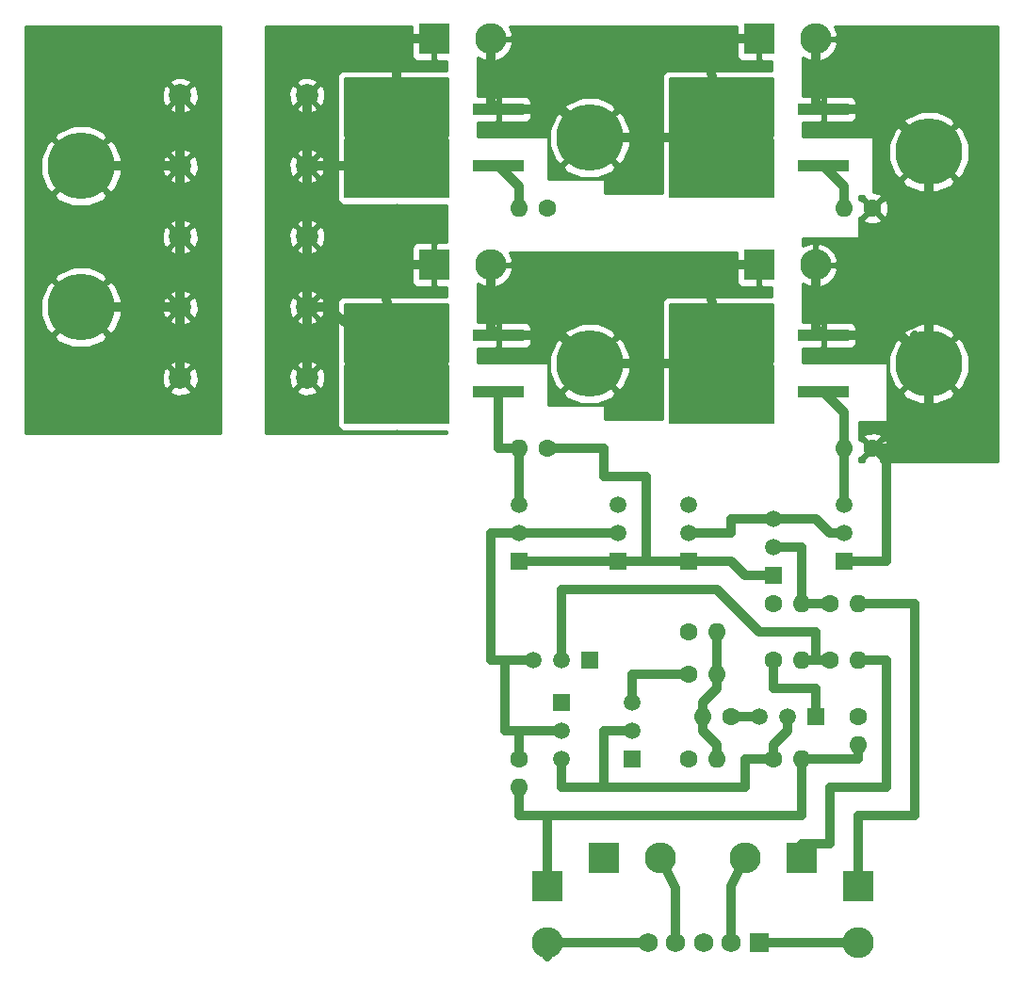
<source format=gbr>
G04 #@! TF.FileFunction,Copper,L1,Top,Signal*
%FSLAX46Y46*%
G04 Gerber Fmt 4.6, Leading zero omitted, Abs format (unit mm)*
G04 Created by KiCad (PCBNEW 4.0.7) date 01/06/18 10:05:55*
%MOMM*%
%LPD*%
G01*
G04 APERTURE LIST*
%ADD10C,0.100000*%
%ADD11C,1.600000*%
%ADD12O,1.600000X1.600000*%
%ADD13R,4.600000X1.100000*%
%ADD14R,9.400000X10.800000*%
%ADD15R,4.550000X5.250000*%
%ADD16C,1.520000*%
%ADD17R,1.520000X1.520000*%
%ADD18C,2.000000*%
%ADD19R,2.800000X2.800000*%
%ADD20O,2.800000X2.800000*%
%ADD21C,5.999480*%
%ADD22R,1.750000X1.750000*%
%ADD23C,1.750000*%
%ADD24C,0.812800*%
%ADD25C,0.254000*%
G04 APERTURE END LIST*
D10*
D11*
X132080000Y-85090000D03*
D12*
X129540000Y-85090000D03*
D13*
X127695000Y-80010000D03*
X127695000Y-74930000D03*
D14*
X118545000Y-77470000D03*
D15*
X116120000Y-74695000D03*
X120970000Y-80245000D03*
X116120000Y-80245000D03*
X120970000Y-74695000D03*
D16*
X153670000Y-109220000D03*
X151130000Y-109220000D03*
D17*
X156210000Y-109220000D03*
D11*
X148590000Y-109220000D03*
D12*
X146050000Y-109220000D03*
D18*
X110490000Y-72390000D03*
X99090000Y-72390000D03*
D19*
X132080000Y-124460000D03*
D20*
X132080000Y-129540000D03*
D19*
X137160000Y-121920000D03*
D20*
X142240000Y-121920000D03*
D19*
X154940000Y-121920000D03*
D20*
X149860000Y-121920000D03*
D19*
X160020000Y-124460000D03*
D20*
X160020000Y-129540000D03*
D19*
X121920000Y-68580000D03*
D20*
X127000000Y-68580000D03*
D19*
X151130000Y-68580000D03*
D20*
X156210000Y-68580000D03*
D19*
X121920000Y-48260000D03*
D20*
X127000000Y-48260000D03*
D19*
X151130000Y-48260000D03*
D20*
X156210000Y-48260000D03*
D21*
X166370000Y-77470000D03*
X90170000Y-59690000D03*
X135890000Y-77470000D03*
X135890000Y-57150000D03*
X90170000Y-72390000D03*
X166370000Y-58420000D03*
D16*
X133350000Y-110490000D03*
X133350000Y-113030000D03*
D17*
X133350000Y-107950000D03*
D16*
X133350000Y-104140000D03*
X130810000Y-104140000D03*
D17*
X135890000Y-104140000D03*
D16*
X158750000Y-92710000D03*
X158750000Y-90170000D03*
D17*
X158750000Y-95250000D03*
D16*
X129540000Y-92710000D03*
X129540000Y-90170000D03*
D17*
X129540000Y-95250000D03*
D16*
X138430000Y-92710000D03*
X138430000Y-90170000D03*
D17*
X138430000Y-95250000D03*
D16*
X139700000Y-110490000D03*
X139700000Y-107950000D03*
D17*
X139700000Y-113030000D03*
D16*
X152400000Y-93980000D03*
X152400000Y-91440000D03*
D17*
X152400000Y-96520000D03*
D16*
X144780000Y-92710000D03*
X144780000Y-90170000D03*
D17*
X144780000Y-95250000D03*
D13*
X156905000Y-80010000D03*
X156905000Y-74930000D03*
D14*
X147755000Y-77470000D03*
D15*
X145330000Y-74695000D03*
X150180000Y-80245000D03*
X145330000Y-80245000D03*
X150180000Y-74695000D03*
D13*
X127695000Y-59690000D03*
X127695000Y-54610000D03*
D14*
X118545000Y-57150000D03*
D15*
X116120000Y-54375000D03*
X120970000Y-59925000D03*
X116120000Y-59925000D03*
X120970000Y-54375000D03*
D13*
X156905000Y-59690000D03*
X156905000Y-54610000D03*
D14*
X147755000Y-57150000D03*
D15*
X145330000Y-54375000D03*
X150180000Y-59925000D03*
X145330000Y-59925000D03*
X150180000Y-54375000D03*
D11*
X157480000Y-104140000D03*
D12*
X160020000Y-104140000D03*
D11*
X152400000Y-113030000D03*
D12*
X154940000Y-113030000D03*
D11*
X152400000Y-104140000D03*
D12*
X154940000Y-104140000D03*
D11*
X129540000Y-113030000D03*
D12*
X129540000Y-115570000D03*
D11*
X144780000Y-113030000D03*
D12*
X147320000Y-113030000D03*
D11*
X157480000Y-99060000D03*
D12*
X160020000Y-99060000D03*
D11*
X144780000Y-101600000D03*
D12*
X147320000Y-101600000D03*
D11*
X152400000Y-99060000D03*
D12*
X154940000Y-99060000D03*
D11*
X144780000Y-105410000D03*
D12*
X147320000Y-105410000D03*
D11*
X160020000Y-109220000D03*
D12*
X160020000Y-111760000D03*
D11*
X161290000Y-85090000D03*
D12*
X158750000Y-85090000D03*
D11*
X132080000Y-63500000D03*
D12*
X129540000Y-63500000D03*
D11*
X161290000Y-63500000D03*
D12*
X158750000Y-63500000D03*
D18*
X110490000Y-53340000D03*
X99090000Y-53340000D03*
X110490000Y-59690000D03*
X99090000Y-59690000D03*
X110490000Y-66040000D03*
X99090000Y-66040000D03*
X110490000Y-78740000D03*
X99090000Y-78740000D03*
D22*
X151130000Y-129540000D03*
D23*
X148630000Y-129540000D03*
X146130000Y-129540000D03*
X143630000Y-129540000D03*
X141130000Y-129540000D03*
D24*
X132080000Y-129540000D02*
X141130000Y-129540000D01*
X132080000Y-129540000D02*
X132080000Y-130810000D01*
X143630000Y-129540000D02*
X143630000Y-124580000D01*
X143630000Y-124580000D02*
X142240000Y-121920000D01*
X148630000Y-129540000D02*
X148630000Y-124420000D01*
X148630000Y-124420000D02*
X149860000Y-121920000D01*
X151130000Y-129540000D02*
X160020000Y-129540000D01*
X121920000Y-68580000D02*
X118110000Y-68580000D01*
X117275000Y-69415000D02*
X118545000Y-77470000D01*
X118110000Y-68580000D02*
X117275000Y-69415000D01*
X110490000Y-72390000D02*
X112195000Y-72390000D01*
X112195000Y-72390000D02*
X118545000Y-77470000D01*
X110490000Y-59690000D02*
X116005000Y-59690000D01*
X116005000Y-59690000D02*
X118545000Y-57150000D01*
X110490000Y-53340000D02*
X110490000Y-59690000D01*
X110490000Y-59690000D02*
X110490000Y-66040000D01*
X110490000Y-66040000D02*
X110490000Y-72390000D01*
X110490000Y-72390000D02*
X110490000Y-78740000D01*
X121920000Y-48260000D02*
X119380000Y-48260000D01*
X118545000Y-49095000D02*
X118545000Y-57150000D01*
X119380000Y-48260000D02*
X118545000Y-49095000D01*
X127695000Y-74930000D02*
X133350000Y-74930000D01*
X133350000Y-74930000D02*
X135890000Y-77470000D01*
X151130000Y-68580000D02*
X147320000Y-68580000D01*
X146485000Y-69415000D02*
X147755000Y-77470000D01*
X147320000Y-68580000D02*
X146485000Y-69415000D01*
X127000000Y-68580000D02*
X127000000Y-74355000D01*
X127000000Y-74355000D02*
X127695000Y-74930000D01*
X135890000Y-77470000D02*
X147755000Y-77470000D01*
X135890000Y-85090000D02*
X137160000Y-85090000D01*
X137160000Y-87630000D02*
X138430000Y-87630000D01*
X137160000Y-85090000D02*
X137160000Y-87630000D01*
X132080000Y-85090000D02*
X135890000Y-85090000D01*
X140970000Y-87630000D02*
X140970000Y-95250000D01*
X138430000Y-87630000D02*
X140970000Y-87630000D01*
X158750000Y-95250000D02*
X162560000Y-95250000D01*
X162560000Y-95250000D02*
X162560000Y-85090000D01*
X166370000Y-58420000D02*
X162560000Y-54610000D01*
X156905000Y-74930000D02*
X163830000Y-74930000D01*
X163830000Y-74930000D02*
X166370000Y-77470000D01*
X166370000Y-77470000D02*
X166370000Y-85090000D01*
X162560000Y-85090000D02*
X166370000Y-85090000D01*
X161290000Y-85090000D02*
X162560000Y-85090000D01*
X152400000Y-96520000D02*
X149860000Y-96520000D01*
X148590000Y-95250000D02*
X144780000Y-95250000D01*
X149860000Y-96520000D02*
X148590000Y-95250000D01*
X152400000Y-104140000D02*
X152400000Y-106680000D01*
X156210000Y-106680000D02*
X156210000Y-109220000D01*
X152400000Y-106680000D02*
X156210000Y-106680000D01*
X165100000Y-74930000D02*
X166370000Y-77470000D01*
X156210000Y-68580000D02*
X156210000Y-74355000D01*
X156210000Y-74355000D02*
X156905000Y-74930000D01*
X138430000Y-95250000D02*
X140970000Y-95250000D01*
X140970000Y-95250000D02*
X144780000Y-95250000D01*
X166370000Y-58420000D02*
X166370000Y-77470000D01*
X129540000Y-95250000D02*
X138430000Y-95250000D01*
X165100000Y-76200000D02*
X166370000Y-77470000D01*
X156905000Y-54610000D02*
X162560000Y-54610000D01*
X156210000Y-48260000D02*
X156210000Y-54035000D01*
X156210000Y-54035000D02*
X156905000Y-54610000D01*
X127695000Y-54610000D02*
X132080000Y-54610000D01*
X133350000Y-54610000D02*
X135890000Y-57150000D01*
X132080000Y-54610000D02*
X133350000Y-54610000D01*
X135890000Y-57150000D02*
X147755000Y-57150000D01*
X127000000Y-48260000D02*
X127000000Y-54035000D01*
X127000000Y-54035000D02*
X127695000Y-54610000D01*
X151130000Y-48260000D02*
X147320000Y-48260000D01*
X146485000Y-49095000D02*
X147755000Y-57150000D01*
X147320000Y-48260000D02*
X146485000Y-49095000D01*
X149860000Y-100330000D02*
X147320000Y-97790000D01*
X133350000Y-97790000D02*
X133350000Y-100330000D01*
X147320000Y-97790000D02*
X133350000Y-97790000D01*
X133350000Y-104140000D02*
X133350000Y-100330000D01*
X156210000Y-101600000D02*
X156210000Y-104140000D01*
X151130000Y-101600000D02*
X156210000Y-101600000D01*
X149860000Y-100330000D02*
X151130000Y-101600000D01*
X157480000Y-104140000D02*
X156210000Y-104140000D01*
X156210000Y-104140000D02*
X154940000Y-104140000D01*
X154940000Y-99060000D02*
X154940000Y-93980000D01*
X154940000Y-93980000D02*
X152400000Y-93980000D01*
X157480000Y-99060000D02*
X154940000Y-99060000D01*
X132080000Y-124460000D02*
X132080000Y-118110000D01*
X154940000Y-113030000D02*
X160020000Y-113030000D01*
X160020000Y-113030000D02*
X160020000Y-111760000D01*
X154940000Y-113030000D02*
X154940000Y-118110000D01*
X153670000Y-118110000D02*
X132080000Y-118110000D01*
X154940000Y-118110000D02*
X153670000Y-118110000D01*
X129540000Y-115570000D02*
X129540000Y-118110000D01*
X132080000Y-118110000D02*
X130810000Y-118110000D01*
X130810000Y-118110000D02*
X129540000Y-118110000D01*
X146050000Y-109220000D02*
X146050000Y-110490000D01*
X147320000Y-111760000D02*
X147320000Y-113030000D01*
X146050000Y-110490000D02*
X147320000Y-111760000D01*
X146050000Y-109220000D02*
X146050000Y-107950000D01*
X147320000Y-106680000D02*
X147320000Y-105410000D01*
X146050000Y-107950000D02*
X147320000Y-106680000D01*
X147320000Y-105410000D02*
X147320000Y-101600000D01*
X157480000Y-120650000D02*
X154940000Y-120650000D01*
X154940000Y-120650000D02*
X154940000Y-121920000D01*
X157480000Y-115570000D02*
X162560000Y-115570000D01*
X157480000Y-120650000D02*
X157480000Y-115570000D01*
X162560000Y-114300000D02*
X162560000Y-115570000D01*
X162560000Y-104140000D02*
X160020000Y-104140000D01*
X162560000Y-114300000D02*
X162560000Y-104140000D01*
X161290000Y-118110000D02*
X160020000Y-118110000D01*
X160020000Y-118110000D02*
X160020000Y-124460000D01*
X162560000Y-118110000D02*
X161290000Y-118110000D01*
X162560000Y-118110000D02*
X165100000Y-118110000D01*
X165100000Y-99060000D02*
X160020000Y-99060000D01*
X165100000Y-118110000D02*
X165100000Y-99060000D01*
X90170000Y-72390000D02*
X99090000Y-72390000D01*
X90170000Y-59690000D02*
X99090000Y-59690000D01*
X99090000Y-53340000D02*
X99090000Y-59690000D01*
X99090000Y-59690000D02*
X99090000Y-66040000D01*
X99090000Y-66040000D02*
X99090000Y-72390000D01*
X99090000Y-72390000D02*
X99090000Y-78740000D01*
X133350000Y-113030000D02*
X133350000Y-115570000D01*
X133350000Y-115570000D02*
X134620000Y-115570000D01*
X139700000Y-110490000D02*
X137160000Y-110490000D01*
X137160000Y-110490000D02*
X137160000Y-115570000D01*
X153670000Y-109220000D02*
X153670000Y-110490000D01*
X152400000Y-111760000D02*
X152400000Y-113030000D01*
X153670000Y-110490000D02*
X152400000Y-111760000D01*
X149860000Y-113030000D02*
X152400000Y-113030000D01*
X149860000Y-115570000D02*
X149860000Y-113030000D01*
X134620000Y-115570000D02*
X137160000Y-115570000D01*
X137160000Y-115570000D02*
X137160000Y-115570000D01*
X137160000Y-115570000D02*
X149860000Y-115570000D01*
X158750000Y-85090000D02*
X158750000Y-81855000D01*
X158750000Y-81855000D02*
X156905000Y-80010000D01*
X158750000Y-85090000D02*
X158750000Y-90170000D01*
X148590000Y-109220000D02*
X151130000Y-109220000D01*
X129540000Y-113030000D02*
X129540000Y-110490000D01*
X128270000Y-110490000D02*
X128270000Y-104140000D01*
X129540000Y-92710000D02*
X127000000Y-92710000D01*
X127000000Y-92710000D02*
X127000000Y-104140000D01*
X127000000Y-104140000D02*
X128270000Y-104140000D01*
X128270000Y-104140000D02*
X130810000Y-104140000D01*
X128270000Y-110490000D02*
X129540000Y-110490000D01*
X129540000Y-110490000D02*
X132080000Y-110490000D01*
X132080000Y-110490000D02*
X133350000Y-110490000D01*
X138430000Y-92710000D02*
X129540000Y-92710000D01*
X152400000Y-91440000D02*
X156210000Y-91440000D01*
X157480000Y-92710000D02*
X158750000Y-92710000D01*
X156210000Y-91440000D02*
X157480000Y-92710000D01*
X144780000Y-92710000D02*
X148590000Y-92710000D01*
X148590000Y-92710000D02*
X148590000Y-91440000D01*
X148590000Y-91440000D02*
X152400000Y-91440000D01*
X129540000Y-85090000D02*
X129540000Y-90170000D01*
X127695000Y-80010000D02*
X127695000Y-85090000D01*
X128270000Y-85090000D02*
X129540000Y-85090000D01*
X127695000Y-85090000D02*
X128270000Y-85090000D01*
X158750000Y-63500000D02*
X158750000Y-61535000D01*
X158750000Y-61535000D02*
X156905000Y-59690000D01*
X129540000Y-63500000D02*
X129540000Y-61535000D01*
X129540000Y-61535000D02*
X127695000Y-59690000D01*
X139700000Y-107950000D02*
X139700000Y-105410000D01*
X139700000Y-105410000D02*
X140970000Y-105410000D01*
X144780000Y-105410000D02*
X140970000Y-105410000D01*
D25*
G36*
X172593000Y-86233000D02*
X162077399Y-86233000D01*
X162118139Y-86097745D01*
X161290000Y-85269605D01*
X160461861Y-86097745D01*
X160502601Y-86233000D01*
X160147000Y-86233000D01*
X160147000Y-85877399D01*
X160282255Y-85918139D01*
X161110395Y-85090000D01*
X161469605Y-85090000D01*
X162297745Y-85918139D01*
X162543864Y-85844005D01*
X162736965Y-85306777D01*
X162709778Y-84736546D01*
X162543864Y-84335995D01*
X162297745Y-84261861D01*
X161469605Y-85090000D01*
X161110395Y-85090000D01*
X160282255Y-84261861D01*
X160147000Y-84302601D01*
X160147000Y-84082255D01*
X160461861Y-84082255D01*
X161290000Y-84910395D01*
X162118139Y-84082255D01*
X162044005Y-83836136D01*
X161506777Y-83643035D01*
X160936546Y-83670222D01*
X160535995Y-83836136D01*
X160461861Y-84082255D01*
X160147000Y-84082255D01*
X160147000Y-82677000D01*
X162560000Y-82677000D01*
X162609410Y-82666994D01*
X162651035Y-82638553D01*
X162678315Y-82596159D01*
X162687000Y-82550000D01*
X162687000Y-80066443D01*
X163953162Y-80066443D01*
X164295723Y-80541063D01*
X165628863Y-81101084D01*
X167074834Y-81108305D01*
X168413501Y-80561627D01*
X168444277Y-80541063D01*
X168786838Y-80066443D01*
X166370000Y-77649605D01*
X163953162Y-80066443D01*
X162687000Y-80066443D01*
X162687000Y-78174834D01*
X162731695Y-78174834D01*
X163278373Y-79513501D01*
X163298937Y-79544277D01*
X163773557Y-79886838D01*
X166190395Y-77470000D01*
X166549605Y-77470000D01*
X168966443Y-79886838D01*
X169441063Y-79544277D01*
X170001084Y-78211137D01*
X170008305Y-76765166D01*
X169461627Y-75426499D01*
X169441063Y-75395723D01*
X168966443Y-75053162D01*
X166549605Y-77470000D01*
X166190395Y-77470000D01*
X163773557Y-75053162D01*
X163298937Y-75395723D01*
X162738916Y-76728863D01*
X162731695Y-78174834D01*
X162687000Y-78174834D01*
X162687000Y-77470000D01*
X162676994Y-77420590D01*
X162648553Y-77378965D01*
X162606159Y-77351685D01*
X162560000Y-77343000D01*
X155067000Y-77343000D01*
X155067000Y-76115000D01*
X156619250Y-76115000D01*
X156778000Y-75956250D01*
X156778000Y-75057000D01*
X157032000Y-75057000D01*
X157032000Y-75956250D01*
X157190750Y-76115000D01*
X159331309Y-76115000D01*
X159564698Y-76018327D01*
X159743327Y-75839699D01*
X159840000Y-75606310D01*
X159840000Y-75215750D01*
X159681250Y-75057000D01*
X157032000Y-75057000D01*
X156778000Y-75057000D01*
X156758000Y-75057000D01*
X156758000Y-74873557D01*
X163953162Y-74873557D01*
X166370000Y-77290395D01*
X168786838Y-74873557D01*
X168444277Y-74398937D01*
X167111137Y-73838916D01*
X165665166Y-73831695D01*
X164326499Y-74378373D01*
X164295723Y-74398937D01*
X163953162Y-74873557D01*
X156758000Y-74873557D01*
X156758000Y-74803000D01*
X156778000Y-74803000D01*
X156778000Y-73903750D01*
X157032000Y-73903750D01*
X157032000Y-74803000D01*
X159681250Y-74803000D01*
X159840000Y-74644250D01*
X159840000Y-74253690D01*
X159743327Y-74020301D01*
X159564698Y-73841673D01*
X159331309Y-73745000D01*
X157190750Y-73745000D01*
X157032000Y-73903750D01*
X156778000Y-73903750D01*
X156619250Y-73745000D01*
X155067000Y-73745000D01*
X155067000Y-70257093D01*
X155766839Y-70566167D01*
X156083000Y-70452290D01*
X156083000Y-68707000D01*
X156337000Y-68707000D01*
X156337000Y-70452290D01*
X156653161Y-70566167D01*
X157379501Y-70245389D01*
X157927795Y-69671070D01*
X158196160Y-69023160D01*
X158081947Y-68707000D01*
X156337000Y-68707000D01*
X156083000Y-68707000D01*
X156063000Y-68707000D01*
X156063000Y-68453000D01*
X156083000Y-68453000D01*
X156083000Y-66707710D01*
X156337000Y-66707710D01*
X156337000Y-68453000D01*
X158081947Y-68453000D01*
X158196160Y-68136840D01*
X157927795Y-67488930D01*
X157379501Y-66914611D01*
X156653161Y-66593833D01*
X156337000Y-66707710D01*
X156083000Y-66707710D01*
X155766839Y-66593833D01*
X155067000Y-66902907D01*
X155067000Y-66167000D01*
X160020000Y-66167000D01*
X160069410Y-66156994D01*
X160111035Y-66128553D01*
X160138315Y-66086159D01*
X160147000Y-66040000D01*
X160147000Y-64507745D01*
X160461861Y-64507745D01*
X160535995Y-64753864D01*
X161073223Y-64946965D01*
X161643454Y-64919778D01*
X162044005Y-64753864D01*
X162118139Y-64507745D01*
X161290000Y-63679605D01*
X160461861Y-64507745D01*
X160147000Y-64507745D01*
X160147000Y-64287399D01*
X160282255Y-64328139D01*
X161110395Y-63500000D01*
X161469605Y-63500000D01*
X162297745Y-64328139D01*
X162543864Y-64254005D01*
X162736965Y-63716777D01*
X162709778Y-63146546D01*
X162543864Y-62745995D01*
X162297745Y-62671861D01*
X161469605Y-63500000D01*
X161110395Y-63500000D01*
X160282255Y-62671861D01*
X160147000Y-62712601D01*
X160147000Y-62357000D01*
X160502601Y-62357000D01*
X160461861Y-62492255D01*
X161290000Y-63320395D01*
X162118139Y-62492255D01*
X162044005Y-62246136D01*
X161506777Y-62053035D01*
X161417000Y-62057315D01*
X161417000Y-61016443D01*
X163953162Y-61016443D01*
X164295723Y-61491063D01*
X165628863Y-62051084D01*
X167074834Y-62058305D01*
X168413501Y-61511627D01*
X168444277Y-61491063D01*
X168786838Y-61016443D01*
X166370000Y-58599605D01*
X163953162Y-61016443D01*
X161417000Y-61016443D01*
X161417000Y-59124834D01*
X162731695Y-59124834D01*
X163278373Y-60463501D01*
X163298937Y-60494277D01*
X163773557Y-60836838D01*
X166190395Y-58420000D01*
X166549605Y-58420000D01*
X168966443Y-60836838D01*
X169441063Y-60494277D01*
X170001084Y-59161137D01*
X170008305Y-57715166D01*
X169461627Y-56376499D01*
X169441063Y-56345723D01*
X168966443Y-56003162D01*
X166549605Y-58420000D01*
X166190395Y-58420000D01*
X163773557Y-56003162D01*
X163298937Y-56345723D01*
X162738916Y-57678863D01*
X162731695Y-59124834D01*
X161417000Y-59124834D01*
X161417000Y-57150000D01*
X161406994Y-57100590D01*
X161378553Y-57058965D01*
X161336159Y-57031685D01*
X161290000Y-57023000D01*
X155067000Y-57023000D01*
X155067000Y-55823557D01*
X163953162Y-55823557D01*
X166370000Y-58240395D01*
X168786838Y-55823557D01*
X168444277Y-55348937D01*
X167111137Y-54788916D01*
X165665166Y-54781695D01*
X164326499Y-55328373D01*
X164295723Y-55348937D01*
X163953162Y-55823557D01*
X155067000Y-55823557D01*
X155067000Y-55795000D01*
X156619250Y-55795000D01*
X156778000Y-55636250D01*
X156778000Y-54737000D01*
X157032000Y-54737000D01*
X157032000Y-55636250D01*
X157190750Y-55795000D01*
X159331309Y-55795000D01*
X159564698Y-55698327D01*
X159743327Y-55519699D01*
X159840000Y-55286310D01*
X159840000Y-54895750D01*
X159681250Y-54737000D01*
X157032000Y-54737000D01*
X156778000Y-54737000D01*
X156758000Y-54737000D01*
X156758000Y-54483000D01*
X156778000Y-54483000D01*
X156778000Y-53583750D01*
X157032000Y-53583750D01*
X157032000Y-54483000D01*
X159681250Y-54483000D01*
X159840000Y-54324250D01*
X159840000Y-53933690D01*
X159743327Y-53700301D01*
X159564698Y-53521673D01*
X159331309Y-53425000D01*
X157190750Y-53425000D01*
X157032000Y-53583750D01*
X156778000Y-53583750D01*
X156619250Y-53425000D01*
X155067000Y-53425000D01*
X155067000Y-49937093D01*
X155766839Y-50246167D01*
X156083000Y-50132290D01*
X156083000Y-48387000D01*
X156337000Y-48387000D01*
X156337000Y-50132290D01*
X156653161Y-50246167D01*
X157379501Y-49925389D01*
X157927795Y-49351070D01*
X158196160Y-48703160D01*
X158081947Y-48387000D01*
X156337000Y-48387000D01*
X156083000Y-48387000D01*
X156063000Y-48387000D01*
X156063000Y-48133000D01*
X156083000Y-48133000D01*
X156083000Y-48113000D01*
X156337000Y-48113000D01*
X156337000Y-48133000D01*
X158081947Y-48133000D01*
X158196160Y-47816840D01*
X157927795Y-47168930D01*
X157878218Y-47117000D01*
X172593000Y-47117000D01*
X172593000Y-86233000D01*
X172593000Y-86233000D01*
G37*
X172593000Y-86233000D02*
X162077399Y-86233000D01*
X162118139Y-86097745D01*
X161290000Y-85269605D01*
X160461861Y-86097745D01*
X160502601Y-86233000D01*
X160147000Y-86233000D01*
X160147000Y-85877399D01*
X160282255Y-85918139D01*
X161110395Y-85090000D01*
X161469605Y-85090000D01*
X162297745Y-85918139D01*
X162543864Y-85844005D01*
X162736965Y-85306777D01*
X162709778Y-84736546D01*
X162543864Y-84335995D01*
X162297745Y-84261861D01*
X161469605Y-85090000D01*
X161110395Y-85090000D01*
X160282255Y-84261861D01*
X160147000Y-84302601D01*
X160147000Y-84082255D01*
X160461861Y-84082255D01*
X161290000Y-84910395D01*
X162118139Y-84082255D01*
X162044005Y-83836136D01*
X161506777Y-83643035D01*
X160936546Y-83670222D01*
X160535995Y-83836136D01*
X160461861Y-84082255D01*
X160147000Y-84082255D01*
X160147000Y-82677000D01*
X162560000Y-82677000D01*
X162609410Y-82666994D01*
X162651035Y-82638553D01*
X162678315Y-82596159D01*
X162687000Y-82550000D01*
X162687000Y-80066443D01*
X163953162Y-80066443D01*
X164295723Y-80541063D01*
X165628863Y-81101084D01*
X167074834Y-81108305D01*
X168413501Y-80561627D01*
X168444277Y-80541063D01*
X168786838Y-80066443D01*
X166370000Y-77649605D01*
X163953162Y-80066443D01*
X162687000Y-80066443D01*
X162687000Y-78174834D01*
X162731695Y-78174834D01*
X163278373Y-79513501D01*
X163298937Y-79544277D01*
X163773557Y-79886838D01*
X166190395Y-77470000D01*
X166549605Y-77470000D01*
X168966443Y-79886838D01*
X169441063Y-79544277D01*
X170001084Y-78211137D01*
X170008305Y-76765166D01*
X169461627Y-75426499D01*
X169441063Y-75395723D01*
X168966443Y-75053162D01*
X166549605Y-77470000D01*
X166190395Y-77470000D01*
X163773557Y-75053162D01*
X163298937Y-75395723D01*
X162738916Y-76728863D01*
X162731695Y-78174834D01*
X162687000Y-78174834D01*
X162687000Y-77470000D01*
X162676994Y-77420590D01*
X162648553Y-77378965D01*
X162606159Y-77351685D01*
X162560000Y-77343000D01*
X155067000Y-77343000D01*
X155067000Y-76115000D01*
X156619250Y-76115000D01*
X156778000Y-75956250D01*
X156778000Y-75057000D01*
X157032000Y-75057000D01*
X157032000Y-75956250D01*
X157190750Y-76115000D01*
X159331309Y-76115000D01*
X159564698Y-76018327D01*
X159743327Y-75839699D01*
X159840000Y-75606310D01*
X159840000Y-75215750D01*
X159681250Y-75057000D01*
X157032000Y-75057000D01*
X156778000Y-75057000D01*
X156758000Y-75057000D01*
X156758000Y-74873557D01*
X163953162Y-74873557D01*
X166370000Y-77290395D01*
X168786838Y-74873557D01*
X168444277Y-74398937D01*
X167111137Y-73838916D01*
X165665166Y-73831695D01*
X164326499Y-74378373D01*
X164295723Y-74398937D01*
X163953162Y-74873557D01*
X156758000Y-74873557D01*
X156758000Y-74803000D01*
X156778000Y-74803000D01*
X156778000Y-73903750D01*
X157032000Y-73903750D01*
X157032000Y-74803000D01*
X159681250Y-74803000D01*
X159840000Y-74644250D01*
X159840000Y-74253690D01*
X159743327Y-74020301D01*
X159564698Y-73841673D01*
X159331309Y-73745000D01*
X157190750Y-73745000D01*
X157032000Y-73903750D01*
X156778000Y-73903750D01*
X156619250Y-73745000D01*
X155067000Y-73745000D01*
X155067000Y-70257093D01*
X155766839Y-70566167D01*
X156083000Y-70452290D01*
X156083000Y-68707000D01*
X156337000Y-68707000D01*
X156337000Y-70452290D01*
X156653161Y-70566167D01*
X157379501Y-70245389D01*
X157927795Y-69671070D01*
X158196160Y-69023160D01*
X158081947Y-68707000D01*
X156337000Y-68707000D01*
X156083000Y-68707000D01*
X156063000Y-68707000D01*
X156063000Y-68453000D01*
X156083000Y-68453000D01*
X156083000Y-66707710D01*
X156337000Y-66707710D01*
X156337000Y-68453000D01*
X158081947Y-68453000D01*
X158196160Y-68136840D01*
X157927795Y-67488930D01*
X157379501Y-66914611D01*
X156653161Y-66593833D01*
X156337000Y-66707710D01*
X156083000Y-66707710D01*
X155766839Y-66593833D01*
X155067000Y-66902907D01*
X155067000Y-66167000D01*
X160020000Y-66167000D01*
X160069410Y-66156994D01*
X160111035Y-66128553D01*
X160138315Y-66086159D01*
X160147000Y-66040000D01*
X160147000Y-64507745D01*
X160461861Y-64507745D01*
X160535995Y-64753864D01*
X161073223Y-64946965D01*
X161643454Y-64919778D01*
X162044005Y-64753864D01*
X162118139Y-64507745D01*
X161290000Y-63679605D01*
X160461861Y-64507745D01*
X160147000Y-64507745D01*
X160147000Y-64287399D01*
X160282255Y-64328139D01*
X161110395Y-63500000D01*
X161469605Y-63500000D01*
X162297745Y-64328139D01*
X162543864Y-64254005D01*
X162736965Y-63716777D01*
X162709778Y-63146546D01*
X162543864Y-62745995D01*
X162297745Y-62671861D01*
X161469605Y-63500000D01*
X161110395Y-63500000D01*
X160282255Y-62671861D01*
X160147000Y-62712601D01*
X160147000Y-62357000D01*
X160502601Y-62357000D01*
X160461861Y-62492255D01*
X161290000Y-63320395D01*
X162118139Y-62492255D01*
X162044005Y-62246136D01*
X161506777Y-62053035D01*
X161417000Y-62057315D01*
X161417000Y-61016443D01*
X163953162Y-61016443D01*
X164295723Y-61491063D01*
X165628863Y-62051084D01*
X167074834Y-62058305D01*
X168413501Y-61511627D01*
X168444277Y-61491063D01*
X168786838Y-61016443D01*
X166370000Y-58599605D01*
X163953162Y-61016443D01*
X161417000Y-61016443D01*
X161417000Y-59124834D01*
X162731695Y-59124834D01*
X163278373Y-60463501D01*
X163298937Y-60494277D01*
X163773557Y-60836838D01*
X166190395Y-58420000D01*
X166549605Y-58420000D01*
X168966443Y-60836838D01*
X169441063Y-60494277D01*
X170001084Y-59161137D01*
X170008305Y-57715166D01*
X169461627Y-56376499D01*
X169441063Y-56345723D01*
X168966443Y-56003162D01*
X166549605Y-58420000D01*
X166190395Y-58420000D01*
X163773557Y-56003162D01*
X163298937Y-56345723D01*
X162738916Y-57678863D01*
X162731695Y-59124834D01*
X161417000Y-59124834D01*
X161417000Y-57150000D01*
X161406994Y-57100590D01*
X161378553Y-57058965D01*
X161336159Y-57031685D01*
X161290000Y-57023000D01*
X155067000Y-57023000D01*
X155067000Y-55823557D01*
X163953162Y-55823557D01*
X166370000Y-58240395D01*
X168786838Y-55823557D01*
X168444277Y-55348937D01*
X167111137Y-54788916D01*
X165665166Y-54781695D01*
X164326499Y-55328373D01*
X164295723Y-55348937D01*
X163953162Y-55823557D01*
X155067000Y-55823557D01*
X155067000Y-55795000D01*
X156619250Y-55795000D01*
X156778000Y-55636250D01*
X156778000Y-54737000D01*
X157032000Y-54737000D01*
X157032000Y-55636250D01*
X157190750Y-55795000D01*
X159331309Y-55795000D01*
X159564698Y-55698327D01*
X159743327Y-55519699D01*
X159840000Y-55286310D01*
X159840000Y-54895750D01*
X159681250Y-54737000D01*
X157032000Y-54737000D01*
X156778000Y-54737000D01*
X156758000Y-54737000D01*
X156758000Y-54483000D01*
X156778000Y-54483000D01*
X156778000Y-53583750D01*
X157032000Y-53583750D01*
X157032000Y-54483000D01*
X159681250Y-54483000D01*
X159840000Y-54324250D01*
X159840000Y-53933690D01*
X159743327Y-53700301D01*
X159564698Y-53521673D01*
X159331309Y-53425000D01*
X157190750Y-53425000D01*
X157032000Y-53583750D01*
X156778000Y-53583750D01*
X156619250Y-53425000D01*
X155067000Y-53425000D01*
X155067000Y-49937093D01*
X155766839Y-50246167D01*
X156083000Y-50132290D01*
X156083000Y-48387000D01*
X156337000Y-48387000D01*
X156337000Y-50132290D01*
X156653161Y-50246167D01*
X157379501Y-49925389D01*
X157927795Y-49351070D01*
X158196160Y-48703160D01*
X158081947Y-48387000D01*
X156337000Y-48387000D01*
X156083000Y-48387000D01*
X156063000Y-48387000D01*
X156063000Y-48133000D01*
X156083000Y-48133000D01*
X156083000Y-48113000D01*
X156337000Y-48113000D01*
X156337000Y-48133000D01*
X158081947Y-48133000D01*
X158196160Y-47816840D01*
X157927795Y-47168930D01*
X157878218Y-47117000D01*
X172593000Y-47117000D01*
X172593000Y-86233000D01*
G36*
X119885000Y-47974250D02*
X120043750Y-48133000D01*
X121793000Y-48133000D01*
X121793000Y-48113000D01*
X122047000Y-48113000D01*
X122047000Y-48133000D01*
X122067000Y-48133000D01*
X122067000Y-48387000D01*
X122047000Y-48387000D01*
X122047000Y-50136250D01*
X122205750Y-50295000D01*
X123063000Y-50295000D01*
X123063000Y-51115000D01*
X118568691Y-51115000D01*
X118545000Y-51124813D01*
X118521309Y-51115000D01*
X113718691Y-51115000D01*
X113485302Y-51211673D01*
X113306673Y-51390301D01*
X113210000Y-51623690D01*
X113210000Y-57126310D01*
X113219813Y-57150000D01*
X113210000Y-57173690D01*
X113210000Y-62676310D01*
X113306673Y-62909699D01*
X113485302Y-63088327D01*
X113718691Y-63185000D01*
X118521309Y-63185000D01*
X118545000Y-63175187D01*
X118568691Y-63185000D01*
X123063000Y-63185000D01*
X123063000Y-66545000D01*
X122205750Y-66545000D01*
X122047000Y-66703750D01*
X122047000Y-68453000D01*
X122067000Y-68453000D01*
X122067000Y-68707000D01*
X122047000Y-68707000D01*
X122047000Y-70456250D01*
X122205750Y-70615000D01*
X123063000Y-70615000D01*
X123063000Y-71435000D01*
X118568691Y-71435000D01*
X118545000Y-71444813D01*
X118521309Y-71435000D01*
X113718691Y-71435000D01*
X113485302Y-71531673D01*
X113306673Y-71710301D01*
X113210000Y-71943690D01*
X113210000Y-77446310D01*
X113219813Y-77470000D01*
X113210000Y-77493690D01*
X113210000Y-82996310D01*
X113306673Y-83229699D01*
X113485302Y-83408327D01*
X113718691Y-83505000D01*
X118521309Y-83505000D01*
X118545000Y-83495187D01*
X118568691Y-83505000D01*
X123063000Y-83505000D01*
X123063000Y-83693000D01*
X106807000Y-83693000D01*
X106807000Y-79892532D01*
X109517073Y-79892532D01*
X109615736Y-80159387D01*
X110225461Y-80385908D01*
X110875460Y-80361856D01*
X111364264Y-80159387D01*
X111462927Y-79892532D01*
X110490000Y-78919605D01*
X109517073Y-79892532D01*
X106807000Y-79892532D01*
X106807000Y-78475461D01*
X108844092Y-78475461D01*
X108868144Y-79125460D01*
X109070613Y-79614264D01*
X109337468Y-79712927D01*
X110310395Y-78740000D01*
X110669605Y-78740000D01*
X111642532Y-79712927D01*
X111909387Y-79614264D01*
X112135908Y-79004539D01*
X112111856Y-78354540D01*
X111909387Y-77865736D01*
X111642532Y-77767073D01*
X110669605Y-78740000D01*
X110310395Y-78740000D01*
X109337468Y-77767073D01*
X109070613Y-77865736D01*
X108844092Y-78475461D01*
X106807000Y-78475461D01*
X106807000Y-77587468D01*
X109517073Y-77587468D01*
X110490000Y-78560395D01*
X111462927Y-77587468D01*
X111364264Y-77320613D01*
X110754539Y-77094092D01*
X110104540Y-77118144D01*
X109615736Y-77320613D01*
X109517073Y-77587468D01*
X106807000Y-77587468D01*
X106807000Y-73542532D01*
X109517073Y-73542532D01*
X109615736Y-73809387D01*
X110225461Y-74035908D01*
X110875460Y-74011856D01*
X111364264Y-73809387D01*
X111462927Y-73542532D01*
X110490000Y-72569605D01*
X109517073Y-73542532D01*
X106807000Y-73542532D01*
X106807000Y-72125461D01*
X108844092Y-72125461D01*
X108868144Y-72775460D01*
X109070613Y-73264264D01*
X109337468Y-73362927D01*
X110310395Y-72390000D01*
X110669605Y-72390000D01*
X111642532Y-73362927D01*
X111909387Y-73264264D01*
X112135908Y-72654539D01*
X112111856Y-72004540D01*
X111909387Y-71515736D01*
X111642532Y-71417073D01*
X110669605Y-72390000D01*
X110310395Y-72390000D01*
X109337468Y-71417073D01*
X109070613Y-71515736D01*
X108844092Y-72125461D01*
X106807000Y-72125461D01*
X106807000Y-71237468D01*
X109517073Y-71237468D01*
X110490000Y-72210395D01*
X111462927Y-71237468D01*
X111364264Y-70970613D01*
X110754539Y-70744092D01*
X110104540Y-70768144D01*
X109615736Y-70970613D01*
X109517073Y-71237468D01*
X106807000Y-71237468D01*
X106807000Y-68865750D01*
X119885000Y-68865750D01*
X119885000Y-70106310D01*
X119981673Y-70339699D01*
X120160302Y-70518327D01*
X120393691Y-70615000D01*
X121634250Y-70615000D01*
X121793000Y-70456250D01*
X121793000Y-68707000D01*
X120043750Y-68707000D01*
X119885000Y-68865750D01*
X106807000Y-68865750D01*
X106807000Y-67192532D01*
X109517073Y-67192532D01*
X109615736Y-67459387D01*
X110225461Y-67685908D01*
X110875460Y-67661856D01*
X111364264Y-67459387D01*
X111462927Y-67192532D01*
X111324085Y-67053690D01*
X119885000Y-67053690D01*
X119885000Y-68294250D01*
X120043750Y-68453000D01*
X121793000Y-68453000D01*
X121793000Y-66703750D01*
X121634250Y-66545000D01*
X120393691Y-66545000D01*
X120160302Y-66641673D01*
X119981673Y-66820301D01*
X119885000Y-67053690D01*
X111324085Y-67053690D01*
X110490000Y-66219605D01*
X109517073Y-67192532D01*
X106807000Y-67192532D01*
X106807000Y-65775461D01*
X108844092Y-65775461D01*
X108868144Y-66425460D01*
X109070613Y-66914264D01*
X109337468Y-67012927D01*
X110310395Y-66040000D01*
X110669605Y-66040000D01*
X111642532Y-67012927D01*
X111909387Y-66914264D01*
X112135908Y-66304539D01*
X112111856Y-65654540D01*
X111909387Y-65165736D01*
X111642532Y-65067073D01*
X110669605Y-66040000D01*
X110310395Y-66040000D01*
X109337468Y-65067073D01*
X109070613Y-65165736D01*
X108844092Y-65775461D01*
X106807000Y-65775461D01*
X106807000Y-64887468D01*
X109517073Y-64887468D01*
X110490000Y-65860395D01*
X111462927Y-64887468D01*
X111364264Y-64620613D01*
X110754539Y-64394092D01*
X110104540Y-64418144D01*
X109615736Y-64620613D01*
X109517073Y-64887468D01*
X106807000Y-64887468D01*
X106807000Y-60842532D01*
X109517073Y-60842532D01*
X109615736Y-61109387D01*
X110225461Y-61335908D01*
X110875460Y-61311856D01*
X111364264Y-61109387D01*
X111462927Y-60842532D01*
X110490000Y-59869605D01*
X109517073Y-60842532D01*
X106807000Y-60842532D01*
X106807000Y-59425461D01*
X108844092Y-59425461D01*
X108868144Y-60075460D01*
X109070613Y-60564264D01*
X109337468Y-60662927D01*
X110310395Y-59690000D01*
X110669605Y-59690000D01*
X111642532Y-60662927D01*
X111909387Y-60564264D01*
X112135908Y-59954539D01*
X112111856Y-59304540D01*
X111909387Y-58815736D01*
X111642532Y-58717073D01*
X110669605Y-59690000D01*
X110310395Y-59690000D01*
X109337468Y-58717073D01*
X109070613Y-58815736D01*
X108844092Y-59425461D01*
X106807000Y-59425461D01*
X106807000Y-58537468D01*
X109517073Y-58537468D01*
X110490000Y-59510395D01*
X111462927Y-58537468D01*
X111364264Y-58270613D01*
X110754539Y-58044092D01*
X110104540Y-58068144D01*
X109615736Y-58270613D01*
X109517073Y-58537468D01*
X106807000Y-58537468D01*
X106807000Y-54492532D01*
X109517073Y-54492532D01*
X109615736Y-54759387D01*
X110225461Y-54985908D01*
X110875460Y-54961856D01*
X111364264Y-54759387D01*
X111462927Y-54492532D01*
X110490000Y-53519605D01*
X109517073Y-54492532D01*
X106807000Y-54492532D01*
X106807000Y-53075461D01*
X108844092Y-53075461D01*
X108868144Y-53725460D01*
X109070613Y-54214264D01*
X109337468Y-54312927D01*
X110310395Y-53340000D01*
X110669605Y-53340000D01*
X111642532Y-54312927D01*
X111909387Y-54214264D01*
X112135908Y-53604539D01*
X112111856Y-52954540D01*
X111909387Y-52465736D01*
X111642532Y-52367073D01*
X110669605Y-53340000D01*
X110310395Y-53340000D01*
X109337468Y-52367073D01*
X109070613Y-52465736D01*
X108844092Y-53075461D01*
X106807000Y-53075461D01*
X106807000Y-52187468D01*
X109517073Y-52187468D01*
X110490000Y-53160395D01*
X111462927Y-52187468D01*
X111364264Y-51920613D01*
X110754539Y-51694092D01*
X110104540Y-51718144D01*
X109615736Y-51920613D01*
X109517073Y-52187468D01*
X106807000Y-52187468D01*
X106807000Y-48545750D01*
X119885000Y-48545750D01*
X119885000Y-49786310D01*
X119981673Y-50019699D01*
X120160302Y-50198327D01*
X120393691Y-50295000D01*
X121634250Y-50295000D01*
X121793000Y-50136250D01*
X121793000Y-48387000D01*
X120043750Y-48387000D01*
X119885000Y-48545750D01*
X106807000Y-48545750D01*
X106807000Y-47117000D01*
X119885000Y-47117000D01*
X119885000Y-47974250D01*
X119885000Y-47974250D01*
G37*
X119885000Y-47974250D02*
X120043750Y-48133000D01*
X121793000Y-48133000D01*
X121793000Y-48113000D01*
X122047000Y-48113000D01*
X122047000Y-48133000D01*
X122067000Y-48133000D01*
X122067000Y-48387000D01*
X122047000Y-48387000D01*
X122047000Y-50136250D01*
X122205750Y-50295000D01*
X123063000Y-50295000D01*
X123063000Y-51115000D01*
X118568691Y-51115000D01*
X118545000Y-51124813D01*
X118521309Y-51115000D01*
X113718691Y-51115000D01*
X113485302Y-51211673D01*
X113306673Y-51390301D01*
X113210000Y-51623690D01*
X113210000Y-57126310D01*
X113219813Y-57150000D01*
X113210000Y-57173690D01*
X113210000Y-62676310D01*
X113306673Y-62909699D01*
X113485302Y-63088327D01*
X113718691Y-63185000D01*
X118521309Y-63185000D01*
X118545000Y-63175187D01*
X118568691Y-63185000D01*
X123063000Y-63185000D01*
X123063000Y-66545000D01*
X122205750Y-66545000D01*
X122047000Y-66703750D01*
X122047000Y-68453000D01*
X122067000Y-68453000D01*
X122067000Y-68707000D01*
X122047000Y-68707000D01*
X122047000Y-70456250D01*
X122205750Y-70615000D01*
X123063000Y-70615000D01*
X123063000Y-71435000D01*
X118568691Y-71435000D01*
X118545000Y-71444813D01*
X118521309Y-71435000D01*
X113718691Y-71435000D01*
X113485302Y-71531673D01*
X113306673Y-71710301D01*
X113210000Y-71943690D01*
X113210000Y-77446310D01*
X113219813Y-77470000D01*
X113210000Y-77493690D01*
X113210000Y-82996310D01*
X113306673Y-83229699D01*
X113485302Y-83408327D01*
X113718691Y-83505000D01*
X118521309Y-83505000D01*
X118545000Y-83495187D01*
X118568691Y-83505000D01*
X123063000Y-83505000D01*
X123063000Y-83693000D01*
X106807000Y-83693000D01*
X106807000Y-79892532D01*
X109517073Y-79892532D01*
X109615736Y-80159387D01*
X110225461Y-80385908D01*
X110875460Y-80361856D01*
X111364264Y-80159387D01*
X111462927Y-79892532D01*
X110490000Y-78919605D01*
X109517073Y-79892532D01*
X106807000Y-79892532D01*
X106807000Y-78475461D01*
X108844092Y-78475461D01*
X108868144Y-79125460D01*
X109070613Y-79614264D01*
X109337468Y-79712927D01*
X110310395Y-78740000D01*
X110669605Y-78740000D01*
X111642532Y-79712927D01*
X111909387Y-79614264D01*
X112135908Y-79004539D01*
X112111856Y-78354540D01*
X111909387Y-77865736D01*
X111642532Y-77767073D01*
X110669605Y-78740000D01*
X110310395Y-78740000D01*
X109337468Y-77767073D01*
X109070613Y-77865736D01*
X108844092Y-78475461D01*
X106807000Y-78475461D01*
X106807000Y-77587468D01*
X109517073Y-77587468D01*
X110490000Y-78560395D01*
X111462927Y-77587468D01*
X111364264Y-77320613D01*
X110754539Y-77094092D01*
X110104540Y-77118144D01*
X109615736Y-77320613D01*
X109517073Y-77587468D01*
X106807000Y-77587468D01*
X106807000Y-73542532D01*
X109517073Y-73542532D01*
X109615736Y-73809387D01*
X110225461Y-74035908D01*
X110875460Y-74011856D01*
X111364264Y-73809387D01*
X111462927Y-73542532D01*
X110490000Y-72569605D01*
X109517073Y-73542532D01*
X106807000Y-73542532D01*
X106807000Y-72125461D01*
X108844092Y-72125461D01*
X108868144Y-72775460D01*
X109070613Y-73264264D01*
X109337468Y-73362927D01*
X110310395Y-72390000D01*
X110669605Y-72390000D01*
X111642532Y-73362927D01*
X111909387Y-73264264D01*
X112135908Y-72654539D01*
X112111856Y-72004540D01*
X111909387Y-71515736D01*
X111642532Y-71417073D01*
X110669605Y-72390000D01*
X110310395Y-72390000D01*
X109337468Y-71417073D01*
X109070613Y-71515736D01*
X108844092Y-72125461D01*
X106807000Y-72125461D01*
X106807000Y-71237468D01*
X109517073Y-71237468D01*
X110490000Y-72210395D01*
X111462927Y-71237468D01*
X111364264Y-70970613D01*
X110754539Y-70744092D01*
X110104540Y-70768144D01*
X109615736Y-70970613D01*
X109517073Y-71237468D01*
X106807000Y-71237468D01*
X106807000Y-68865750D01*
X119885000Y-68865750D01*
X119885000Y-70106310D01*
X119981673Y-70339699D01*
X120160302Y-70518327D01*
X120393691Y-70615000D01*
X121634250Y-70615000D01*
X121793000Y-70456250D01*
X121793000Y-68707000D01*
X120043750Y-68707000D01*
X119885000Y-68865750D01*
X106807000Y-68865750D01*
X106807000Y-67192532D01*
X109517073Y-67192532D01*
X109615736Y-67459387D01*
X110225461Y-67685908D01*
X110875460Y-67661856D01*
X111364264Y-67459387D01*
X111462927Y-67192532D01*
X111324085Y-67053690D01*
X119885000Y-67053690D01*
X119885000Y-68294250D01*
X120043750Y-68453000D01*
X121793000Y-68453000D01*
X121793000Y-66703750D01*
X121634250Y-66545000D01*
X120393691Y-66545000D01*
X120160302Y-66641673D01*
X119981673Y-66820301D01*
X119885000Y-67053690D01*
X111324085Y-67053690D01*
X110490000Y-66219605D01*
X109517073Y-67192532D01*
X106807000Y-67192532D01*
X106807000Y-65775461D01*
X108844092Y-65775461D01*
X108868144Y-66425460D01*
X109070613Y-66914264D01*
X109337468Y-67012927D01*
X110310395Y-66040000D01*
X110669605Y-66040000D01*
X111642532Y-67012927D01*
X111909387Y-66914264D01*
X112135908Y-66304539D01*
X112111856Y-65654540D01*
X111909387Y-65165736D01*
X111642532Y-65067073D01*
X110669605Y-66040000D01*
X110310395Y-66040000D01*
X109337468Y-65067073D01*
X109070613Y-65165736D01*
X108844092Y-65775461D01*
X106807000Y-65775461D01*
X106807000Y-64887468D01*
X109517073Y-64887468D01*
X110490000Y-65860395D01*
X111462927Y-64887468D01*
X111364264Y-64620613D01*
X110754539Y-64394092D01*
X110104540Y-64418144D01*
X109615736Y-64620613D01*
X109517073Y-64887468D01*
X106807000Y-64887468D01*
X106807000Y-60842532D01*
X109517073Y-60842532D01*
X109615736Y-61109387D01*
X110225461Y-61335908D01*
X110875460Y-61311856D01*
X111364264Y-61109387D01*
X111462927Y-60842532D01*
X110490000Y-59869605D01*
X109517073Y-60842532D01*
X106807000Y-60842532D01*
X106807000Y-59425461D01*
X108844092Y-59425461D01*
X108868144Y-60075460D01*
X109070613Y-60564264D01*
X109337468Y-60662927D01*
X110310395Y-59690000D01*
X110669605Y-59690000D01*
X111642532Y-60662927D01*
X111909387Y-60564264D01*
X112135908Y-59954539D01*
X112111856Y-59304540D01*
X111909387Y-58815736D01*
X111642532Y-58717073D01*
X110669605Y-59690000D01*
X110310395Y-59690000D01*
X109337468Y-58717073D01*
X109070613Y-58815736D01*
X108844092Y-59425461D01*
X106807000Y-59425461D01*
X106807000Y-58537468D01*
X109517073Y-58537468D01*
X110490000Y-59510395D01*
X111462927Y-58537468D01*
X111364264Y-58270613D01*
X110754539Y-58044092D01*
X110104540Y-58068144D01*
X109615736Y-58270613D01*
X109517073Y-58537468D01*
X106807000Y-58537468D01*
X106807000Y-54492532D01*
X109517073Y-54492532D01*
X109615736Y-54759387D01*
X110225461Y-54985908D01*
X110875460Y-54961856D01*
X111364264Y-54759387D01*
X111462927Y-54492532D01*
X110490000Y-53519605D01*
X109517073Y-54492532D01*
X106807000Y-54492532D01*
X106807000Y-53075461D01*
X108844092Y-53075461D01*
X108868144Y-53725460D01*
X109070613Y-54214264D01*
X109337468Y-54312927D01*
X110310395Y-53340000D01*
X110669605Y-53340000D01*
X111642532Y-54312927D01*
X111909387Y-54214264D01*
X112135908Y-53604539D01*
X112111856Y-52954540D01*
X111909387Y-52465736D01*
X111642532Y-52367073D01*
X110669605Y-53340000D01*
X110310395Y-53340000D01*
X109337468Y-52367073D01*
X109070613Y-52465736D01*
X108844092Y-53075461D01*
X106807000Y-53075461D01*
X106807000Y-52187468D01*
X109517073Y-52187468D01*
X110490000Y-53160395D01*
X111462927Y-52187468D01*
X111364264Y-51920613D01*
X110754539Y-51694092D01*
X110104540Y-51718144D01*
X109615736Y-51920613D01*
X109517073Y-52187468D01*
X106807000Y-52187468D01*
X106807000Y-48545750D01*
X119885000Y-48545750D01*
X119885000Y-49786310D01*
X119981673Y-50019699D01*
X120160302Y-50198327D01*
X120393691Y-50295000D01*
X121634250Y-50295000D01*
X121793000Y-50136250D01*
X121793000Y-48387000D01*
X120043750Y-48387000D01*
X119885000Y-48545750D01*
X106807000Y-48545750D01*
X106807000Y-47117000D01*
X119885000Y-47117000D01*
X119885000Y-47974250D01*
G36*
X102743000Y-83693000D02*
X85217000Y-83693000D01*
X85217000Y-79892532D01*
X98117073Y-79892532D01*
X98215736Y-80159387D01*
X98825461Y-80385908D01*
X99475460Y-80361856D01*
X99964264Y-80159387D01*
X100062927Y-79892532D01*
X99090000Y-78919605D01*
X98117073Y-79892532D01*
X85217000Y-79892532D01*
X85217000Y-78475461D01*
X97444092Y-78475461D01*
X97468144Y-79125460D01*
X97670613Y-79614264D01*
X97937468Y-79712927D01*
X98910395Y-78740000D01*
X99269605Y-78740000D01*
X100242532Y-79712927D01*
X100509387Y-79614264D01*
X100735908Y-79004539D01*
X100711856Y-78354540D01*
X100509387Y-77865736D01*
X100242532Y-77767073D01*
X99269605Y-78740000D01*
X98910395Y-78740000D01*
X97937468Y-77767073D01*
X97670613Y-77865736D01*
X97444092Y-78475461D01*
X85217000Y-78475461D01*
X85217000Y-77587468D01*
X98117073Y-77587468D01*
X99090000Y-78560395D01*
X100062927Y-77587468D01*
X99964264Y-77320613D01*
X99354539Y-77094092D01*
X98704540Y-77118144D01*
X98215736Y-77320613D01*
X98117073Y-77587468D01*
X85217000Y-77587468D01*
X85217000Y-74986443D01*
X87753162Y-74986443D01*
X88095723Y-75461063D01*
X89428863Y-76021084D01*
X90874834Y-76028305D01*
X92213501Y-75481627D01*
X92244277Y-75461063D01*
X92586838Y-74986443D01*
X90170000Y-72569605D01*
X87753162Y-74986443D01*
X85217000Y-74986443D01*
X85217000Y-73094834D01*
X86531695Y-73094834D01*
X87078373Y-74433501D01*
X87098937Y-74464277D01*
X87573557Y-74806838D01*
X89990395Y-72390000D01*
X90349605Y-72390000D01*
X92766443Y-74806838D01*
X93241063Y-74464277D01*
X93628266Y-73542532D01*
X98117073Y-73542532D01*
X98215736Y-73809387D01*
X98825461Y-74035908D01*
X99475460Y-74011856D01*
X99964264Y-73809387D01*
X100062927Y-73542532D01*
X99090000Y-72569605D01*
X98117073Y-73542532D01*
X93628266Y-73542532D01*
X93801084Y-73131137D01*
X93806106Y-72125461D01*
X97444092Y-72125461D01*
X97468144Y-72775460D01*
X97670613Y-73264264D01*
X97937468Y-73362927D01*
X98910395Y-72390000D01*
X99269605Y-72390000D01*
X100242532Y-73362927D01*
X100509387Y-73264264D01*
X100735908Y-72654539D01*
X100711856Y-72004540D01*
X100509387Y-71515736D01*
X100242532Y-71417073D01*
X99269605Y-72390000D01*
X98910395Y-72390000D01*
X97937468Y-71417073D01*
X97670613Y-71515736D01*
X97444092Y-72125461D01*
X93806106Y-72125461D01*
X93808305Y-71685166D01*
X93625477Y-71237468D01*
X98117073Y-71237468D01*
X99090000Y-72210395D01*
X100062927Y-71237468D01*
X99964264Y-70970613D01*
X99354539Y-70744092D01*
X98704540Y-70768144D01*
X98215736Y-70970613D01*
X98117073Y-71237468D01*
X93625477Y-71237468D01*
X93261627Y-70346499D01*
X93241063Y-70315723D01*
X92766443Y-69973162D01*
X90349605Y-72390000D01*
X89990395Y-72390000D01*
X87573557Y-69973162D01*
X87098937Y-70315723D01*
X86538916Y-71648863D01*
X86531695Y-73094834D01*
X85217000Y-73094834D01*
X85217000Y-69793557D01*
X87753162Y-69793557D01*
X90170000Y-72210395D01*
X92586838Y-69793557D01*
X92244277Y-69318937D01*
X90911137Y-68758916D01*
X89465166Y-68751695D01*
X88126499Y-69298373D01*
X88095723Y-69318937D01*
X87753162Y-69793557D01*
X85217000Y-69793557D01*
X85217000Y-67192532D01*
X98117073Y-67192532D01*
X98215736Y-67459387D01*
X98825461Y-67685908D01*
X99475460Y-67661856D01*
X99964264Y-67459387D01*
X100062927Y-67192532D01*
X99090000Y-66219605D01*
X98117073Y-67192532D01*
X85217000Y-67192532D01*
X85217000Y-65775461D01*
X97444092Y-65775461D01*
X97468144Y-66425460D01*
X97670613Y-66914264D01*
X97937468Y-67012927D01*
X98910395Y-66040000D01*
X99269605Y-66040000D01*
X100242532Y-67012927D01*
X100509387Y-66914264D01*
X100735908Y-66304539D01*
X100711856Y-65654540D01*
X100509387Y-65165736D01*
X100242532Y-65067073D01*
X99269605Y-66040000D01*
X98910395Y-66040000D01*
X97937468Y-65067073D01*
X97670613Y-65165736D01*
X97444092Y-65775461D01*
X85217000Y-65775461D01*
X85217000Y-64887468D01*
X98117073Y-64887468D01*
X99090000Y-65860395D01*
X100062927Y-64887468D01*
X99964264Y-64620613D01*
X99354539Y-64394092D01*
X98704540Y-64418144D01*
X98215736Y-64620613D01*
X98117073Y-64887468D01*
X85217000Y-64887468D01*
X85217000Y-62286443D01*
X87753162Y-62286443D01*
X88095723Y-62761063D01*
X89428863Y-63321084D01*
X90874834Y-63328305D01*
X92213501Y-62781627D01*
X92244277Y-62761063D01*
X92586838Y-62286443D01*
X90170000Y-59869605D01*
X87753162Y-62286443D01*
X85217000Y-62286443D01*
X85217000Y-60394834D01*
X86531695Y-60394834D01*
X87078373Y-61733501D01*
X87098937Y-61764277D01*
X87573557Y-62106838D01*
X89990395Y-59690000D01*
X90349605Y-59690000D01*
X92766443Y-62106838D01*
X93241063Y-61764277D01*
X93628266Y-60842532D01*
X98117073Y-60842532D01*
X98215736Y-61109387D01*
X98825461Y-61335908D01*
X99475460Y-61311856D01*
X99964264Y-61109387D01*
X100062927Y-60842532D01*
X99090000Y-59869605D01*
X98117073Y-60842532D01*
X93628266Y-60842532D01*
X93801084Y-60431137D01*
X93806106Y-59425461D01*
X97444092Y-59425461D01*
X97468144Y-60075460D01*
X97670613Y-60564264D01*
X97937468Y-60662927D01*
X98910395Y-59690000D01*
X99269605Y-59690000D01*
X100242532Y-60662927D01*
X100509387Y-60564264D01*
X100735908Y-59954539D01*
X100711856Y-59304540D01*
X100509387Y-58815736D01*
X100242532Y-58717073D01*
X99269605Y-59690000D01*
X98910395Y-59690000D01*
X97937468Y-58717073D01*
X97670613Y-58815736D01*
X97444092Y-59425461D01*
X93806106Y-59425461D01*
X93808305Y-58985166D01*
X93625477Y-58537468D01*
X98117073Y-58537468D01*
X99090000Y-59510395D01*
X100062927Y-58537468D01*
X99964264Y-58270613D01*
X99354539Y-58044092D01*
X98704540Y-58068144D01*
X98215736Y-58270613D01*
X98117073Y-58537468D01*
X93625477Y-58537468D01*
X93261627Y-57646499D01*
X93241063Y-57615723D01*
X92766443Y-57273162D01*
X90349605Y-59690000D01*
X89990395Y-59690000D01*
X87573557Y-57273162D01*
X87098937Y-57615723D01*
X86538916Y-58948863D01*
X86531695Y-60394834D01*
X85217000Y-60394834D01*
X85217000Y-57093557D01*
X87753162Y-57093557D01*
X90170000Y-59510395D01*
X92586838Y-57093557D01*
X92244277Y-56618937D01*
X90911137Y-56058916D01*
X89465166Y-56051695D01*
X88126499Y-56598373D01*
X88095723Y-56618937D01*
X87753162Y-57093557D01*
X85217000Y-57093557D01*
X85217000Y-54492532D01*
X98117073Y-54492532D01*
X98215736Y-54759387D01*
X98825461Y-54985908D01*
X99475460Y-54961856D01*
X99964264Y-54759387D01*
X100062927Y-54492532D01*
X99090000Y-53519605D01*
X98117073Y-54492532D01*
X85217000Y-54492532D01*
X85217000Y-53075461D01*
X97444092Y-53075461D01*
X97468144Y-53725460D01*
X97670613Y-54214264D01*
X97937468Y-54312927D01*
X98910395Y-53340000D01*
X99269605Y-53340000D01*
X100242532Y-54312927D01*
X100509387Y-54214264D01*
X100735908Y-53604539D01*
X100711856Y-52954540D01*
X100509387Y-52465736D01*
X100242532Y-52367073D01*
X99269605Y-53340000D01*
X98910395Y-53340000D01*
X97937468Y-52367073D01*
X97670613Y-52465736D01*
X97444092Y-53075461D01*
X85217000Y-53075461D01*
X85217000Y-52187468D01*
X98117073Y-52187468D01*
X99090000Y-53160395D01*
X100062927Y-52187468D01*
X99964264Y-51920613D01*
X99354539Y-51694092D01*
X98704540Y-51718144D01*
X98215736Y-51920613D01*
X98117073Y-52187468D01*
X85217000Y-52187468D01*
X85217000Y-47117000D01*
X102743000Y-47117000D01*
X102743000Y-83693000D01*
X102743000Y-83693000D01*
G37*
X102743000Y-83693000D02*
X85217000Y-83693000D01*
X85217000Y-79892532D01*
X98117073Y-79892532D01*
X98215736Y-80159387D01*
X98825461Y-80385908D01*
X99475460Y-80361856D01*
X99964264Y-80159387D01*
X100062927Y-79892532D01*
X99090000Y-78919605D01*
X98117073Y-79892532D01*
X85217000Y-79892532D01*
X85217000Y-78475461D01*
X97444092Y-78475461D01*
X97468144Y-79125460D01*
X97670613Y-79614264D01*
X97937468Y-79712927D01*
X98910395Y-78740000D01*
X99269605Y-78740000D01*
X100242532Y-79712927D01*
X100509387Y-79614264D01*
X100735908Y-79004539D01*
X100711856Y-78354540D01*
X100509387Y-77865736D01*
X100242532Y-77767073D01*
X99269605Y-78740000D01*
X98910395Y-78740000D01*
X97937468Y-77767073D01*
X97670613Y-77865736D01*
X97444092Y-78475461D01*
X85217000Y-78475461D01*
X85217000Y-77587468D01*
X98117073Y-77587468D01*
X99090000Y-78560395D01*
X100062927Y-77587468D01*
X99964264Y-77320613D01*
X99354539Y-77094092D01*
X98704540Y-77118144D01*
X98215736Y-77320613D01*
X98117073Y-77587468D01*
X85217000Y-77587468D01*
X85217000Y-74986443D01*
X87753162Y-74986443D01*
X88095723Y-75461063D01*
X89428863Y-76021084D01*
X90874834Y-76028305D01*
X92213501Y-75481627D01*
X92244277Y-75461063D01*
X92586838Y-74986443D01*
X90170000Y-72569605D01*
X87753162Y-74986443D01*
X85217000Y-74986443D01*
X85217000Y-73094834D01*
X86531695Y-73094834D01*
X87078373Y-74433501D01*
X87098937Y-74464277D01*
X87573557Y-74806838D01*
X89990395Y-72390000D01*
X90349605Y-72390000D01*
X92766443Y-74806838D01*
X93241063Y-74464277D01*
X93628266Y-73542532D01*
X98117073Y-73542532D01*
X98215736Y-73809387D01*
X98825461Y-74035908D01*
X99475460Y-74011856D01*
X99964264Y-73809387D01*
X100062927Y-73542532D01*
X99090000Y-72569605D01*
X98117073Y-73542532D01*
X93628266Y-73542532D01*
X93801084Y-73131137D01*
X93806106Y-72125461D01*
X97444092Y-72125461D01*
X97468144Y-72775460D01*
X97670613Y-73264264D01*
X97937468Y-73362927D01*
X98910395Y-72390000D01*
X99269605Y-72390000D01*
X100242532Y-73362927D01*
X100509387Y-73264264D01*
X100735908Y-72654539D01*
X100711856Y-72004540D01*
X100509387Y-71515736D01*
X100242532Y-71417073D01*
X99269605Y-72390000D01*
X98910395Y-72390000D01*
X97937468Y-71417073D01*
X97670613Y-71515736D01*
X97444092Y-72125461D01*
X93806106Y-72125461D01*
X93808305Y-71685166D01*
X93625477Y-71237468D01*
X98117073Y-71237468D01*
X99090000Y-72210395D01*
X100062927Y-71237468D01*
X99964264Y-70970613D01*
X99354539Y-70744092D01*
X98704540Y-70768144D01*
X98215736Y-70970613D01*
X98117073Y-71237468D01*
X93625477Y-71237468D01*
X93261627Y-70346499D01*
X93241063Y-70315723D01*
X92766443Y-69973162D01*
X90349605Y-72390000D01*
X89990395Y-72390000D01*
X87573557Y-69973162D01*
X87098937Y-70315723D01*
X86538916Y-71648863D01*
X86531695Y-73094834D01*
X85217000Y-73094834D01*
X85217000Y-69793557D01*
X87753162Y-69793557D01*
X90170000Y-72210395D01*
X92586838Y-69793557D01*
X92244277Y-69318937D01*
X90911137Y-68758916D01*
X89465166Y-68751695D01*
X88126499Y-69298373D01*
X88095723Y-69318937D01*
X87753162Y-69793557D01*
X85217000Y-69793557D01*
X85217000Y-67192532D01*
X98117073Y-67192532D01*
X98215736Y-67459387D01*
X98825461Y-67685908D01*
X99475460Y-67661856D01*
X99964264Y-67459387D01*
X100062927Y-67192532D01*
X99090000Y-66219605D01*
X98117073Y-67192532D01*
X85217000Y-67192532D01*
X85217000Y-65775461D01*
X97444092Y-65775461D01*
X97468144Y-66425460D01*
X97670613Y-66914264D01*
X97937468Y-67012927D01*
X98910395Y-66040000D01*
X99269605Y-66040000D01*
X100242532Y-67012927D01*
X100509387Y-66914264D01*
X100735908Y-66304539D01*
X100711856Y-65654540D01*
X100509387Y-65165736D01*
X100242532Y-65067073D01*
X99269605Y-66040000D01*
X98910395Y-66040000D01*
X97937468Y-65067073D01*
X97670613Y-65165736D01*
X97444092Y-65775461D01*
X85217000Y-65775461D01*
X85217000Y-64887468D01*
X98117073Y-64887468D01*
X99090000Y-65860395D01*
X100062927Y-64887468D01*
X99964264Y-64620613D01*
X99354539Y-64394092D01*
X98704540Y-64418144D01*
X98215736Y-64620613D01*
X98117073Y-64887468D01*
X85217000Y-64887468D01*
X85217000Y-62286443D01*
X87753162Y-62286443D01*
X88095723Y-62761063D01*
X89428863Y-63321084D01*
X90874834Y-63328305D01*
X92213501Y-62781627D01*
X92244277Y-62761063D01*
X92586838Y-62286443D01*
X90170000Y-59869605D01*
X87753162Y-62286443D01*
X85217000Y-62286443D01*
X85217000Y-60394834D01*
X86531695Y-60394834D01*
X87078373Y-61733501D01*
X87098937Y-61764277D01*
X87573557Y-62106838D01*
X89990395Y-59690000D01*
X90349605Y-59690000D01*
X92766443Y-62106838D01*
X93241063Y-61764277D01*
X93628266Y-60842532D01*
X98117073Y-60842532D01*
X98215736Y-61109387D01*
X98825461Y-61335908D01*
X99475460Y-61311856D01*
X99964264Y-61109387D01*
X100062927Y-60842532D01*
X99090000Y-59869605D01*
X98117073Y-60842532D01*
X93628266Y-60842532D01*
X93801084Y-60431137D01*
X93806106Y-59425461D01*
X97444092Y-59425461D01*
X97468144Y-60075460D01*
X97670613Y-60564264D01*
X97937468Y-60662927D01*
X98910395Y-59690000D01*
X99269605Y-59690000D01*
X100242532Y-60662927D01*
X100509387Y-60564264D01*
X100735908Y-59954539D01*
X100711856Y-59304540D01*
X100509387Y-58815736D01*
X100242532Y-58717073D01*
X99269605Y-59690000D01*
X98910395Y-59690000D01*
X97937468Y-58717073D01*
X97670613Y-58815736D01*
X97444092Y-59425461D01*
X93806106Y-59425461D01*
X93808305Y-58985166D01*
X93625477Y-58537468D01*
X98117073Y-58537468D01*
X99090000Y-59510395D01*
X100062927Y-58537468D01*
X99964264Y-58270613D01*
X99354539Y-58044092D01*
X98704540Y-58068144D01*
X98215736Y-58270613D01*
X98117073Y-58537468D01*
X93625477Y-58537468D01*
X93261627Y-57646499D01*
X93241063Y-57615723D01*
X92766443Y-57273162D01*
X90349605Y-59690000D01*
X89990395Y-59690000D01*
X87573557Y-57273162D01*
X87098937Y-57615723D01*
X86538916Y-58948863D01*
X86531695Y-60394834D01*
X85217000Y-60394834D01*
X85217000Y-57093557D01*
X87753162Y-57093557D01*
X90170000Y-59510395D01*
X92586838Y-57093557D01*
X92244277Y-56618937D01*
X90911137Y-56058916D01*
X89465166Y-56051695D01*
X88126499Y-56598373D01*
X88095723Y-56618937D01*
X87753162Y-57093557D01*
X85217000Y-57093557D01*
X85217000Y-54492532D01*
X98117073Y-54492532D01*
X98215736Y-54759387D01*
X98825461Y-54985908D01*
X99475460Y-54961856D01*
X99964264Y-54759387D01*
X100062927Y-54492532D01*
X99090000Y-53519605D01*
X98117073Y-54492532D01*
X85217000Y-54492532D01*
X85217000Y-53075461D01*
X97444092Y-53075461D01*
X97468144Y-53725460D01*
X97670613Y-54214264D01*
X97937468Y-54312927D01*
X98910395Y-53340000D01*
X99269605Y-53340000D01*
X100242532Y-54312927D01*
X100509387Y-54214264D01*
X100735908Y-53604539D01*
X100711856Y-52954540D01*
X100509387Y-52465736D01*
X100242532Y-52367073D01*
X99269605Y-53340000D01*
X98910395Y-53340000D01*
X97937468Y-52367073D01*
X97670613Y-52465736D01*
X97444092Y-53075461D01*
X85217000Y-53075461D01*
X85217000Y-52187468D01*
X98117073Y-52187468D01*
X99090000Y-53160395D01*
X100062927Y-52187468D01*
X99964264Y-51920613D01*
X99354539Y-51694092D01*
X98704540Y-51718144D01*
X98215736Y-51920613D01*
X98117073Y-52187468D01*
X85217000Y-52187468D01*
X85217000Y-47117000D01*
X102743000Y-47117000D01*
X102743000Y-83693000D01*
G36*
X149095000Y-68294250D02*
X149253750Y-68453000D01*
X151003000Y-68453000D01*
X151003000Y-68433000D01*
X151257000Y-68433000D01*
X151257000Y-68453000D01*
X151277000Y-68453000D01*
X151277000Y-68707000D01*
X151257000Y-68707000D01*
X151257000Y-70456250D01*
X151415750Y-70615000D01*
X152273000Y-70615000D01*
X152273000Y-71435000D01*
X147778691Y-71435000D01*
X147755000Y-71444813D01*
X147731309Y-71435000D01*
X142928691Y-71435000D01*
X142695302Y-71531673D01*
X142516673Y-71710301D01*
X142420000Y-71943690D01*
X142420000Y-77446310D01*
X142429813Y-77470000D01*
X142420000Y-77493690D01*
X142420000Y-82423000D01*
X137287000Y-82423000D01*
X137287000Y-81280000D01*
X137276994Y-81230590D01*
X137248553Y-81188965D01*
X137206159Y-81161685D01*
X137160000Y-81153000D01*
X132207000Y-81153000D01*
X132207000Y-80066443D01*
X133473162Y-80066443D01*
X133815723Y-80541063D01*
X135148863Y-81101084D01*
X136594834Y-81108305D01*
X137933501Y-80561627D01*
X137964277Y-80541063D01*
X138306838Y-80066443D01*
X135890000Y-77649605D01*
X133473162Y-80066443D01*
X132207000Y-80066443D01*
X132207000Y-78174834D01*
X132251695Y-78174834D01*
X132798373Y-79513501D01*
X132818937Y-79544277D01*
X133293557Y-79886838D01*
X135710395Y-77470000D01*
X136069605Y-77470000D01*
X138486443Y-79886838D01*
X138961063Y-79544277D01*
X139521084Y-78211137D01*
X139528305Y-76765166D01*
X138981627Y-75426499D01*
X138961063Y-75395723D01*
X138486443Y-75053162D01*
X136069605Y-77470000D01*
X135710395Y-77470000D01*
X133293557Y-75053162D01*
X132818937Y-75395723D01*
X132258916Y-76728863D01*
X132251695Y-78174834D01*
X132207000Y-78174834D01*
X132207000Y-77470000D01*
X132196994Y-77420590D01*
X132168553Y-77378965D01*
X132126159Y-77351685D01*
X132080000Y-77343000D01*
X125857000Y-77343000D01*
X125857000Y-76115000D01*
X127409250Y-76115000D01*
X127568000Y-75956250D01*
X127568000Y-75057000D01*
X127822000Y-75057000D01*
X127822000Y-75956250D01*
X127980750Y-76115000D01*
X130121309Y-76115000D01*
X130354698Y-76018327D01*
X130533327Y-75839699D01*
X130630000Y-75606310D01*
X130630000Y-75215750D01*
X130471250Y-75057000D01*
X127822000Y-75057000D01*
X127568000Y-75057000D01*
X127548000Y-75057000D01*
X127548000Y-74873557D01*
X133473162Y-74873557D01*
X135890000Y-77290395D01*
X138306838Y-74873557D01*
X137964277Y-74398937D01*
X136631137Y-73838916D01*
X135185166Y-73831695D01*
X133846499Y-74378373D01*
X133815723Y-74398937D01*
X133473162Y-74873557D01*
X127548000Y-74873557D01*
X127548000Y-74803000D01*
X127568000Y-74803000D01*
X127568000Y-73903750D01*
X127822000Y-73903750D01*
X127822000Y-74803000D01*
X130471250Y-74803000D01*
X130630000Y-74644250D01*
X130630000Y-74253690D01*
X130533327Y-74020301D01*
X130354698Y-73841673D01*
X130121309Y-73745000D01*
X127980750Y-73745000D01*
X127822000Y-73903750D01*
X127568000Y-73903750D01*
X127409250Y-73745000D01*
X125857000Y-73745000D01*
X125857000Y-70257093D01*
X126556839Y-70566167D01*
X126873000Y-70452290D01*
X126873000Y-68707000D01*
X127127000Y-68707000D01*
X127127000Y-70452290D01*
X127443161Y-70566167D01*
X128169501Y-70245389D01*
X128717795Y-69671070D01*
X128986160Y-69023160D01*
X128929296Y-68865750D01*
X149095000Y-68865750D01*
X149095000Y-70106310D01*
X149191673Y-70339699D01*
X149370302Y-70518327D01*
X149603691Y-70615000D01*
X150844250Y-70615000D01*
X151003000Y-70456250D01*
X151003000Y-68707000D01*
X149253750Y-68707000D01*
X149095000Y-68865750D01*
X128929296Y-68865750D01*
X128871947Y-68707000D01*
X127127000Y-68707000D01*
X126873000Y-68707000D01*
X126853000Y-68707000D01*
X126853000Y-68453000D01*
X126873000Y-68453000D01*
X126873000Y-68433000D01*
X127127000Y-68433000D01*
X127127000Y-68453000D01*
X128871947Y-68453000D01*
X128986160Y-68136840D01*
X128717795Y-67488930D01*
X128668218Y-67437000D01*
X149095000Y-67437000D01*
X149095000Y-68294250D01*
X149095000Y-68294250D01*
G37*
X149095000Y-68294250D02*
X149253750Y-68453000D01*
X151003000Y-68453000D01*
X151003000Y-68433000D01*
X151257000Y-68433000D01*
X151257000Y-68453000D01*
X151277000Y-68453000D01*
X151277000Y-68707000D01*
X151257000Y-68707000D01*
X151257000Y-70456250D01*
X151415750Y-70615000D01*
X152273000Y-70615000D01*
X152273000Y-71435000D01*
X147778691Y-71435000D01*
X147755000Y-71444813D01*
X147731309Y-71435000D01*
X142928691Y-71435000D01*
X142695302Y-71531673D01*
X142516673Y-71710301D01*
X142420000Y-71943690D01*
X142420000Y-77446310D01*
X142429813Y-77470000D01*
X142420000Y-77493690D01*
X142420000Y-82423000D01*
X137287000Y-82423000D01*
X137287000Y-81280000D01*
X137276994Y-81230590D01*
X137248553Y-81188965D01*
X137206159Y-81161685D01*
X137160000Y-81153000D01*
X132207000Y-81153000D01*
X132207000Y-80066443D01*
X133473162Y-80066443D01*
X133815723Y-80541063D01*
X135148863Y-81101084D01*
X136594834Y-81108305D01*
X137933501Y-80561627D01*
X137964277Y-80541063D01*
X138306838Y-80066443D01*
X135890000Y-77649605D01*
X133473162Y-80066443D01*
X132207000Y-80066443D01*
X132207000Y-78174834D01*
X132251695Y-78174834D01*
X132798373Y-79513501D01*
X132818937Y-79544277D01*
X133293557Y-79886838D01*
X135710395Y-77470000D01*
X136069605Y-77470000D01*
X138486443Y-79886838D01*
X138961063Y-79544277D01*
X139521084Y-78211137D01*
X139528305Y-76765166D01*
X138981627Y-75426499D01*
X138961063Y-75395723D01*
X138486443Y-75053162D01*
X136069605Y-77470000D01*
X135710395Y-77470000D01*
X133293557Y-75053162D01*
X132818937Y-75395723D01*
X132258916Y-76728863D01*
X132251695Y-78174834D01*
X132207000Y-78174834D01*
X132207000Y-77470000D01*
X132196994Y-77420590D01*
X132168553Y-77378965D01*
X132126159Y-77351685D01*
X132080000Y-77343000D01*
X125857000Y-77343000D01*
X125857000Y-76115000D01*
X127409250Y-76115000D01*
X127568000Y-75956250D01*
X127568000Y-75057000D01*
X127822000Y-75057000D01*
X127822000Y-75956250D01*
X127980750Y-76115000D01*
X130121309Y-76115000D01*
X130354698Y-76018327D01*
X130533327Y-75839699D01*
X130630000Y-75606310D01*
X130630000Y-75215750D01*
X130471250Y-75057000D01*
X127822000Y-75057000D01*
X127568000Y-75057000D01*
X127548000Y-75057000D01*
X127548000Y-74873557D01*
X133473162Y-74873557D01*
X135890000Y-77290395D01*
X138306838Y-74873557D01*
X137964277Y-74398937D01*
X136631137Y-73838916D01*
X135185166Y-73831695D01*
X133846499Y-74378373D01*
X133815723Y-74398937D01*
X133473162Y-74873557D01*
X127548000Y-74873557D01*
X127548000Y-74803000D01*
X127568000Y-74803000D01*
X127568000Y-73903750D01*
X127822000Y-73903750D01*
X127822000Y-74803000D01*
X130471250Y-74803000D01*
X130630000Y-74644250D01*
X130630000Y-74253690D01*
X130533327Y-74020301D01*
X130354698Y-73841673D01*
X130121309Y-73745000D01*
X127980750Y-73745000D01*
X127822000Y-73903750D01*
X127568000Y-73903750D01*
X127409250Y-73745000D01*
X125857000Y-73745000D01*
X125857000Y-70257093D01*
X126556839Y-70566167D01*
X126873000Y-70452290D01*
X126873000Y-68707000D01*
X127127000Y-68707000D01*
X127127000Y-70452290D01*
X127443161Y-70566167D01*
X128169501Y-70245389D01*
X128717795Y-69671070D01*
X128986160Y-69023160D01*
X128929296Y-68865750D01*
X149095000Y-68865750D01*
X149095000Y-70106310D01*
X149191673Y-70339699D01*
X149370302Y-70518327D01*
X149603691Y-70615000D01*
X150844250Y-70615000D01*
X151003000Y-70456250D01*
X151003000Y-68707000D01*
X149253750Y-68707000D01*
X149095000Y-68865750D01*
X128929296Y-68865750D01*
X128871947Y-68707000D01*
X127127000Y-68707000D01*
X126873000Y-68707000D01*
X126853000Y-68707000D01*
X126853000Y-68453000D01*
X126873000Y-68453000D01*
X126873000Y-68433000D01*
X127127000Y-68433000D01*
X127127000Y-68453000D01*
X128871947Y-68453000D01*
X128986160Y-68136840D01*
X128717795Y-67488930D01*
X128668218Y-67437000D01*
X149095000Y-67437000D01*
X149095000Y-68294250D01*
G36*
X149095000Y-47974250D02*
X149253750Y-48133000D01*
X151003000Y-48133000D01*
X151003000Y-48113000D01*
X151257000Y-48113000D01*
X151257000Y-48133000D01*
X151277000Y-48133000D01*
X151277000Y-48387000D01*
X151257000Y-48387000D01*
X151257000Y-50136250D01*
X151415750Y-50295000D01*
X152273000Y-50295000D01*
X152273000Y-51115000D01*
X147778691Y-51115000D01*
X147755000Y-51124813D01*
X147731309Y-51115000D01*
X142928691Y-51115000D01*
X142695302Y-51211673D01*
X142516673Y-51390301D01*
X142420000Y-51623690D01*
X142420000Y-57126310D01*
X142429813Y-57150000D01*
X142420000Y-57173690D01*
X142420000Y-62103000D01*
X137287000Y-62103000D01*
X137287000Y-60960000D01*
X137276994Y-60910590D01*
X137248553Y-60868965D01*
X137206159Y-60841685D01*
X137160000Y-60833000D01*
X132207000Y-60833000D01*
X132207000Y-59746443D01*
X133473162Y-59746443D01*
X133815723Y-60221063D01*
X135148863Y-60781084D01*
X136594834Y-60788305D01*
X137933501Y-60241627D01*
X137964277Y-60221063D01*
X138306838Y-59746443D01*
X135890000Y-57329605D01*
X133473162Y-59746443D01*
X132207000Y-59746443D01*
X132207000Y-57854834D01*
X132251695Y-57854834D01*
X132798373Y-59193501D01*
X132818937Y-59224277D01*
X133293557Y-59566838D01*
X135710395Y-57150000D01*
X136069605Y-57150000D01*
X138486443Y-59566838D01*
X138961063Y-59224277D01*
X139521084Y-57891137D01*
X139528305Y-56445166D01*
X138981627Y-55106499D01*
X138961063Y-55075723D01*
X138486443Y-54733162D01*
X136069605Y-57150000D01*
X135710395Y-57150000D01*
X133293557Y-54733162D01*
X132818937Y-55075723D01*
X132258916Y-56408863D01*
X132251695Y-57854834D01*
X132207000Y-57854834D01*
X132207000Y-57150000D01*
X132196994Y-57100590D01*
X132168553Y-57058965D01*
X132126159Y-57031685D01*
X132080000Y-57023000D01*
X125857000Y-57023000D01*
X125857000Y-55795000D01*
X127409250Y-55795000D01*
X127568000Y-55636250D01*
X127568000Y-54737000D01*
X127822000Y-54737000D01*
X127822000Y-55636250D01*
X127980750Y-55795000D01*
X130121309Y-55795000D01*
X130354698Y-55698327D01*
X130533327Y-55519699D01*
X130630000Y-55286310D01*
X130630000Y-54895750D01*
X130471250Y-54737000D01*
X127822000Y-54737000D01*
X127568000Y-54737000D01*
X127548000Y-54737000D01*
X127548000Y-54553557D01*
X133473162Y-54553557D01*
X135890000Y-56970395D01*
X138306838Y-54553557D01*
X137964277Y-54078937D01*
X136631137Y-53518916D01*
X135185166Y-53511695D01*
X133846499Y-54058373D01*
X133815723Y-54078937D01*
X133473162Y-54553557D01*
X127548000Y-54553557D01*
X127548000Y-54483000D01*
X127568000Y-54483000D01*
X127568000Y-53583750D01*
X127822000Y-53583750D01*
X127822000Y-54483000D01*
X130471250Y-54483000D01*
X130630000Y-54324250D01*
X130630000Y-53933690D01*
X130533327Y-53700301D01*
X130354698Y-53521673D01*
X130121309Y-53425000D01*
X127980750Y-53425000D01*
X127822000Y-53583750D01*
X127568000Y-53583750D01*
X127409250Y-53425000D01*
X125857000Y-53425000D01*
X125857000Y-49937093D01*
X126556839Y-50246167D01*
X126873000Y-50132290D01*
X126873000Y-48387000D01*
X127127000Y-48387000D01*
X127127000Y-50132290D01*
X127443161Y-50246167D01*
X128169501Y-49925389D01*
X128717795Y-49351070D01*
X128986160Y-48703160D01*
X128929296Y-48545750D01*
X149095000Y-48545750D01*
X149095000Y-49786310D01*
X149191673Y-50019699D01*
X149370302Y-50198327D01*
X149603691Y-50295000D01*
X150844250Y-50295000D01*
X151003000Y-50136250D01*
X151003000Y-48387000D01*
X149253750Y-48387000D01*
X149095000Y-48545750D01*
X128929296Y-48545750D01*
X128871947Y-48387000D01*
X127127000Y-48387000D01*
X126873000Y-48387000D01*
X126853000Y-48387000D01*
X126853000Y-48133000D01*
X126873000Y-48133000D01*
X126873000Y-48113000D01*
X127127000Y-48113000D01*
X127127000Y-48133000D01*
X128871947Y-48133000D01*
X128986160Y-47816840D01*
X128717795Y-47168930D01*
X128668218Y-47117000D01*
X149095000Y-47117000D01*
X149095000Y-47974250D01*
X149095000Y-47974250D01*
G37*
X149095000Y-47974250D02*
X149253750Y-48133000D01*
X151003000Y-48133000D01*
X151003000Y-48113000D01*
X151257000Y-48113000D01*
X151257000Y-48133000D01*
X151277000Y-48133000D01*
X151277000Y-48387000D01*
X151257000Y-48387000D01*
X151257000Y-50136250D01*
X151415750Y-50295000D01*
X152273000Y-50295000D01*
X152273000Y-51115000D01*
X147778691Y-51115000D01*
X147755000Y-51124813D01*
X147731309Y-51115000D01*
X142928691Y-51115000D01*
X142695302Y-51211673D01*
X142516673Y-51390301D01*
X142420000Y-51623690D01*
X142420000Y-57126310D01*
X142429813Y-57150000D01*
X142420000Y-57173690D01*
X142420000Y-62103000D01*
X137287000Y-62103000D01*
X137287000Y-60960000D01*
X137276994Y-60910590D01*
X137248553Y-60868965D01*
X137206159Y-60841685D01*
X137160000Y-60833000D01*
X132207000Y-60833000D01*
X132207000Y-59746443D01*
X133473162Y-59746443D01*
X133815723Y-60221063D01*
X135148863Y-60781084D01*
X136594834Y-60788305D01*
X137933501Y-60241627D01*
X137964277Y-60221063D01*
X138306838Y-59746443D01*
X135890000Y-57329605D01*
X133473162Y-59746443D01*
X132207000Y-59746443D01*
X132207000Y-57854834D01*
X132251695Y-57854834D01*
X132798373Y-59193501D01*
X132818937Y-59224277D01*
X133293557Y-59566838D01*
X135710395Y-57150000D01*
X136069605Y-57150000D01*
X138486443Y-59566838D01*
X138961063Y-59224277D01*
X139521084Y-57891137D01*
X139528305Y-56445166D01*
X138981627Y-55106499D01*
X138961063Y-55075723D01*
X138486443Y-54733162D01*
X136069605Y-57150000D01*
X135710395Y-57150000D01*
X133293557Y-54733162D01*
X132818937Y-55075723D01*
X132258916Y-56408863D01*
X132251695Y-57854834D01*
X132207000Y-57854834D01*
X132207000Y-57150000D01*
X132196994Y-57100590D01*
X132168553Y-57058965D01*
X132126159Y-57031685D01*
X132080000Y-57023000D01*
X125857000Y-57023000D01*
X125857000Y-55795000D01*
X127409250Y-55795000D01*
X127568000Y-55636250D01*
X127568000Y-54737000D01*
X127822000Y-54737000D01*
X127822000Y-55636250D01*
X127980750Y-55795000D01*
X130121309Y-55795000D01*
X130354698Y-55698327D01*
X130533327Y-55519699D01*
X130630000Y-55286310D01*
X130630000Y-54895750D01*
X130471250Y-54737000D01*
X127822000Y-54737000D01*
X127568000Y-54737000D01*
X127548000Y-54737000D01*
X127548000Y-54553557D01*
X133473162Y-54553557D01*
X135890000Y-56970395D01*
X138306838Y-54553557D01*
X137964277Y-54078937D01*
X136631137Y-53518916D01*
X135185166Y-53511695D01*
X133846499Y-54058373D01*
X133815723Y-54078937D01*
X133473162Y-54553557D01*
X127548000Y-54553557D01*
X127548000Y-54483000D01*
X127568000Y-54483000D01*
X127568000Y-53583750D01*
X127822000Y-53583750D01*
X127822000Y-54483000D01*
X130471250Y-54483000D01*
X130630000Y-54324250D01*
X130630000Y-53933690D01*
X130533327Y-53700301D01*
X130354698Y-53521673D01*
X130121309Y-53425000D01*
X127980750Y-53425000D01*
X127822000Y-53583750D01*
X127568000Y-53583750D01*
X127409250Y-53425000D01*
X125857000Y-53425000D01*
X125857000Y-49937093D01*
X126556839Y-50246167D01*
X126873000Y-50132290D01*
X126873000Y-48387000D01*
X127127000Y-48387000D01*
X127127000Y-50132290D01*
X127443161Y-50246167D01*
X128169501Y-49925389D01*
X128717795Y-49351070D01*
X128986160Y-48703160D01*
X128929296Y-48545750D01*
X149095000Y-48545750D01*
X149095000Y-49786310D01*
X149191673Y-50019699D01*
X149370302Y-50198327D01*
X149603691Y-50295000D01*
X150844250Y-50295000D01*
X151003000Y-50136250D01*
X151003000Y-48387000D01*
X149253750Y-48387000D01*
X149095000Y-48545750D01*
X128929296Y-48545750D01*
X128871947Y-48387000D01*
X127127000Y-48387000D01*
X126873000Y-48387000D01*
X126853000Y-48387000D01*
X126853000Y-48133000D01*
X126873000Y-48133000D01*
X126873000Y-48113000D01*
X127127000Y-48113000D01*
X127127000Y-48133000D01*
X128871947Y-48133000D01*
X128986160Y-47816840D01*
X128717795Y-47168930D01*
X128668218Y-47117000D01*
X149095000Y-47117000D01*
X149095000Y-47974250D01*
M02*

</source>
